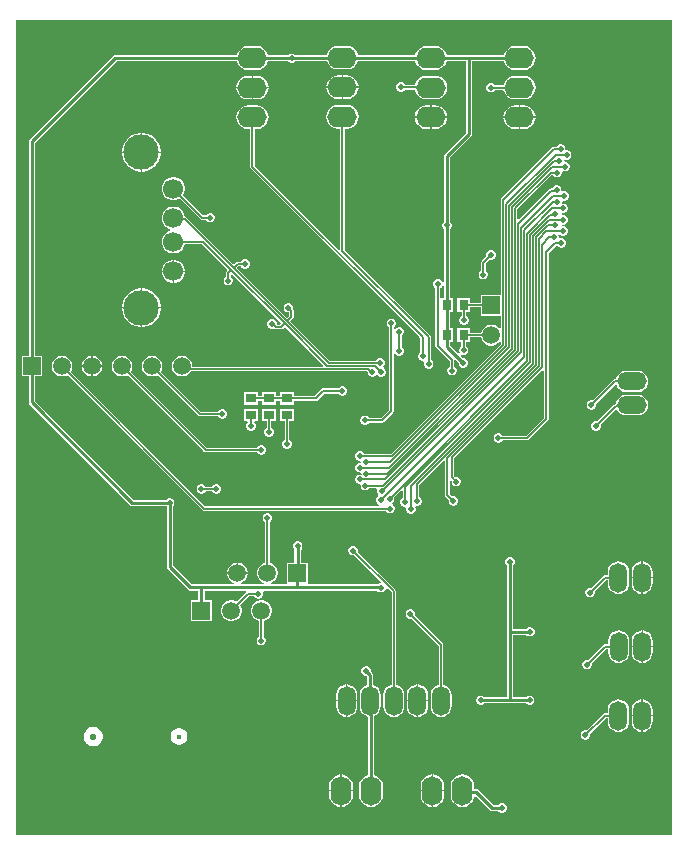
<source format=gbl>
G04*
G04 #@! TF.GenerationSoftware,Altium Limited,Altium Designer,23.3.1 (30)*
G04*
G04 Layer_Physical_Order=2*
G04 Layer_Color=16711680*
%FSLAX25Y25*%
%MOIN*%
G70*
G04*
G04 #@! TF.SameCoordinates,6E427E01-6470-4732-AD83-5CA9447D70B9*
G04*
G04*
G04 #@! TF.FilePolarity,Positive*
G04*
G01*
G75*
%ADD22R,0.03150X0.03543*%
%ADD23R,0.03543X0.03150*%
%ADD79C,0.01000*%
%ADD80C,0.00800*%
%ADD81C,0.00500*%
%ADD82R,0.05906X0.05906*%
%ADD83C,0.05906*%
%ADD84R,0.05906X0.05906*%
%ADD85O,0.05906X0.09843*%
%ADD86C,0.11811*%
%ADD87C,0.06693*%
%ADD88O,0.09843X0.06890*%
%ADD89O,0.09843X0.05906*%
%ADD90O,0.06890X0.09843*%
%ADD91C,0.01772*%
%ADD92C,0.02284*%
%ADD93C,0.01968*%
G36*
X549197Y193803D02*
X330803D01*
Y465197D01*
X549197D01*
Y193803D01*
D02*
G37*
%LPC*%
G36*
X440976Y456821D02*
X438024D01*
X436994Y456686D01*
X436034Y456288D01*
X435210Y455656D01*
X434578Y454832D01*
X434180Y453872D01*
X434169Y453783D01*
X423533D01*
X423420Y453897D01*
X422841Y454136D01*
X422215D01*
X421636Y453897D01*
X421523Y453783D01*
X414791D01*
X414422Y454674D01*
X413790Y455499D01*
X412966Y456131D01*
X412006Y456528D01*
X410976Y456664D01*
X408024D01*
X406994Y456528D01*
X406034Y456131D01*
X405210Y455499D01*
X404578Y454674D01*
X404180Y453715D01*
X404179Y453705D01*
X363785D01*
X363395Y453627D01*
X363064Y453406D01*
X335279Y425621D01*
X335058Y425290D01*
X334980Y424900D01*
Y353453D01*
X332547D01*
Y346547D01*
X334980D01*
Y337900D01*
X335058Y337510D01*
X335279Y337179D01*
X368779Y303679D01*
X369110Y303458D01*
X369500Y303380D01*
X380693D01*
X380880Y303192D01*
Y283100D01*
X380958Y282710D01*
X381179Y282379D01*
X388079Y275479D01*
X388410Y275258D01*
X388800Y275180D01*
X391480D01*
Y271953D01*
X389047D01*
Y265047D01*
X395953D01*
Y271953D01*
X393520D01*
Y275180D01*
X407360D01*
X407414Y275101D01*
X407459Y274541D01*
X407459Y274541D01*
X404342Y271423D01*
X403833Y271718D01*
X402955Y271953D01*
X402045D01*
X401167Y271718D01*
X400380Y271263D01*
X399737Y270620D01*
X399283Y269833D01*
X399047Y268955D01*
Y268045D01*
X399283Y267167D01*
X399737Y266380D01*
X400380Y265737D01*
X401167Y265283D01*
X402045Y265047D01*
X402955D01*
X403833Y265283D01*
X404620Y265737D01*
X405263Y266380D01*
X405718Y267167D01*
X405953Y268045D01*
Y268955D01*
X405718Y269833D01*
X405423Y270342D01*
X408317Y273235D01*
X410112D01*
X410165Y273108D01*
X410608Y272665D01*
X411187Y272425D01*
X411813D01*
X412392Y272665D01*
X412835Y273108D01*
X413075Y273687D01*
Y274313D01*
X412923Y274680D01*
X413200Y275180D01*
X450992D01*
X451408Y274765D01*
X451987Y274525D01*
X452613D01*
X453192Y274765D01*
X453635Y275208D01*
X453875Y275787D01*
Y275837D01*
X454375Y276044D01*
X455861Y274557D01*
Y243850D01*
X455725Y243832D01*
X454885Y243484D01*
X454164Y242931D01*
X453610Y242210D01*
X453262Y241370D01*
X453143Y240469D01*
Y236531D01*
X453262Y235630D01*
X453610Y234790D01*
X454164Y234069D01*
X454885Y233516D01*
X455725Y233168D01*
X456626Y233049D01*
X457527Y233168D01*
X458367Y233516D01*
X459089Y234069D01*
X459642Y234790D01*
X459990Y235630D01*
X460109Y236531D01*
Y240469D01*
X459990Y241370D01*
X459642Y242210D01*
X459089Y242931D01*
X458367Y243484D01*
X457527Y243832D01*
X457391Y243850D01*
Y274874D01*
X457391Y274874D01*
X457333Y275167D01*
X457167Y275415D01*
X457167Y275415D01*
X444522Y288059D01*
X444575Y288187D01*
Y288813D01*
X444335Y289392D01*
X443892Y289835D01*
X443313Y290075D01*
X442687D01*
X442108Y289835D01*
X441665Y289392D01*
X441425Y288813D01*
Y288187D01*
X441665Y287608D01*
X442108Y287165D01*
X442687Y286925D01*
X443313D01*
X443441Y286978D01*
X452244Y278175D01*
X452037Y277675D01*
X451987D01*
X451408Y277435D01*
X451193Y277220D01*
X428317D01*
X427953Y277547D01*
Y284453D01*
X425545D01*
Y288795D01*
X425860Y289110D01*
X426100Y289689D01*
Y290315D01*
X425860Y290894D01*
X425417Y291337D01*
X424838Y291577D01*
X424212D01*
X423633Y291337D01*
X423190Y290894D01*
X422950Y290315D01*
Y289689D01*
X423190Y289110D01*
X423506Y288795D01*
Y284453D01*
X421047D01*
Y277547D01*
X420683Y277220D01*
X415664D01*
X415598Y277720D01*
X415833Y277783D01*
X416620Y278237D01*
X417263Y278880D01*
X417718Y279667D01*
X417953Y280545D01*
Y281455D01*
X417718Y282333D01*
X417263Y283120D01*
X416620Y283763D01*
X415833Y284218D01*
X415265Y284370D01*
Y297912D01*
X415392Y297965D01*
X415835Y298408D01*
X416075Y298987D01*
Y299613D01*
X415835Y300192D01*
X415392Y300635D01*
X414813Y300875D01*
X414187D01*
X413608Y300635D01*
X413165Y300192D01*
X412925Y299613D01*
Y298987D01*
X413165Y298408D01*
X413608Y297965D01*
X413735Y297912D01*
Y284370D01*
X413167Y284218D01*
X412380Y283763D01*
X411737Y283120D01*
X411282Y282333D01*
X411047Y281455D01*
Y280545D01*
X411282Y279667D01*
X411737Y278880D01*
X412380Y278237D01*
X413167Y277783D01*
X413402Y277720D01*
X413336Y277220D01*
X405664D01*
X405598Y277720D01*
X405833Y277783D01*
X406620Y278237D01*
X407263Y278880D01*
X407718Y279667D01*
X407953Y280545D01*
Y280750D01*
X404500D01*
X401047D01*
Y280545D01*
X401283Y279667D01*
X401737Y278880D01*
X402380Y278237D01*
X403167Y277783D01*
X403402Y277720D01*
X403336Y277220D01*
X389222D01*
X382920Y283522D01*
Y303192D01*
X383235Y303508D01*
X383475Y304087D01*
Y304713D01*
X383235Y305292D01*
X382792Y305735D01*
X382213Y305975D01*
X381587D01*
X381008Y305735D01*
X380693Y305420D01*
X369922D01*
X337020Y338322D01*
Y346547D01*
X339453D01*
Y353453D01*
X337020D01*
Y424478D01*
X364207Y451665D01*
X404179D01*
X404180Y451655D01*
X404578Y450696D01*
X405210Y449871D01*
X406034Y449239D01*
X406994Y448842D01*
X408024Y448706D01*
X410976D01*
X412006Y448842D01*
X412966Y449239D01*
X413790Y449871D01*
X414422Y450696D01*
X414820Y451655D01*
X414831Y451744D01*
X421162D01*
X421193Y451670D01*
X421636Y451227D01*
X422215Y450987D01*
X422841D01*
X423420Y451227D01*
X423863Y451670D01*
X423894Y451744D01*
X434209D01*
X434578Y450853D01*
X435210Y450029D01*
X436034Y449397D01*
X436994Y448999D01*
X438024Y448864D01*
X440976D01*
X442006Y448999D01*
X442966Y449397D01*
X443790Y450029D01*
X444422Y450853D01*
X444791Y451744D01*
X463669D01*
X463680Y451655D01*
X464078Y450696D01*
X464710Y449871D01*
X465534Y449239D01*
X466494Y448842D01*
X467524Y448706D01*
X470476D01*
X471506Y448842D01*
X472466Y449239D01*
X473290Y449871D01*
X473922Y450696D01*
X474320Y451655D01*
X474321Y451665D01*
X480680D01*
Y427822D01*
X473679Y420821D01*
X473458Y420490D01*
X473380Y420100D01*
Y398108D01*
X473065Y397792D01*
X472825Y397213D01*
Y396587D01*
X473065Y396008D01*
X473380Y395692D01*
Y372572D01*
X472465D01*
X472325Y372572D01*
X471965Y372908D01*
Y375871D01*
X472192Y375965D01*
X472635Y376408D01*
X472875Y376987D01*
Y377613D01*
X472635Y378192D01*
X472192Y378635D01*
X471613Y378875D01*
X470987D01*
X470408Y378635D01*
X469965Y378192D01*
X469725Y377613D01*
Y376987D01*
X469965Y376408D01*
X470408Y375965D01*
X470435Y375954D01*
Y356800D01*
X470494Y356507D01*
X470659Y356259D01*
X475235Y351683D01*
Y349888D01*
X475108Y349835D01*
X474665Y349392D01*
X474425Y348813D01*
Y348187D01*
X474665Y347608D01*
X475108Y347165D01*
X475687Y346925D01*
X476313D01*
X476892Y347165D01*
X477335Y347608D01*
X477575Y348187D01*
Y348813D01*
X477335Y349392D01*
X476892Y349835D01*
X476765Y349888D01*
Y351886D01*
X477038Y352058D01*
X477254Y352104D01*
X478225Y351133D01*
Y350687D01*
X478465Y350108D01*
X478908Y349665D01*
X479487Y349425D01*
X480113D01*
X480692Y349665D01*
X481135Y350108D01*
X481375Y350687D01*
Y351313D01*
X481135Y351892D01*
X480692Y352335D01*
X480113Y352575D01*
X479667D01*
X478855Y353387D01*
X479138Y353811D01*
X479587Y353625D01*
X480213D01*
X480792Y353865D01*
X481235Y354308D01*
X481475Y354887D01*
Y355513D01*
X481235Y356092D01*
X480792Y356535D01*
X480665Y356588D01*
Y358028D01*
X481931D01*
Y359535D01*
X485730D01*
X485883Y358967D01*
X486337Y358180D01*
X486980Y357537D01*
X487767Y357083D01*
X488645Y356847D01*
X489555D01*
X490433Y357083D01*
X491220Y357537D01*
X491735Y358052D01*
X492235Y357872D01*
Y357388D01*
X455677Y320829D01*
X446712D01*
X446659Y320956D01*
X446216Y321399D01*
X445637Y321639D01*
X445011D01*
X444432Y321399D01*
X443989Y320956D01*
X443749Y320378D01*
Y319751D01*
X443989Y319172D01*
X444432Y318729D01*
X445011Y318490D01*
X445363D01*
X445494Y318468D01*
X445656Y318096D01*
X445436Y317692D01*
X445363Y317675D01*
X444887D01*
X444308Y317435D01*
X443865Y316992D01*
X443625Y316413D01*
Y315787D01*
X443865Y315208D01*
X444308Y314765D01*
X444887Y314525D01*
X445463D01*
X445532Y314509D01*
X445911Y314168D01*
X445616Y313779D01*
X445463Y313775D01*
X444987D01*
X444408Y313535D01*
X443965Y313092D01*
X443725Y312513D01*
Y311887D01*
X443965Y311308D01*
X444408Y310865D01*
X444987Y310625D01*
X445384D01*
X445525Y310413D01*
Y309787D01*
X445765Y309208D01*
X446208Y308765D01*
X446787Y308525D01*
X447413D01*
X447992Y308765D01*
X448435Y309208D01*
X448488Y309335D01*
X450792D01*
X451126Y308835D01*
X451027Y308596D01*
Y307969D01*
X451267Y307391D01*
X451431Y307227D01*
X451313Y306637D01*
X451308Y306635D01*
X450865Y306192D01*
X450625Y305613D01*
Y304987D01*
X450865Y304408D01*
X451308Y303965D01*
X451791Y303765D01*
X451692Y303265D01*
X393817D01*
X348923Y348158D01*
X349218Y348667D01*
X349453Y349545D01*
Y350455D01*
X349218Y351333D01*
X348763Y352120D01*
X348120Y352763D01*
X347333Y353218D01*
X346455Y353453D01*
X345545D01*
X344667Y353218D01*
X343880Y352763D01*
X343237Y352120D01*
X342782Y351333D01*
X342547Y350455D01*
Y349545D01*
X342782Y348667D01*
X343237Y347880D01*
X343880Y347237D01*
X344667Y346782D01*
X345545Y346547D01*
X346455D01*
X347333Y346782D01*
X347842Y347077D01*
X392959Y301959D01*
X392959Y301959D01*
X393207Y301794D01*
X393500Y301735D01*
X454112D01*
X454165Y301608D01*
X454608Y301165D01*
X455187Y300925D01*
X455813D01*
X456392Y301165D01*
X456835Y301608D01*
X457075Y302187D01*
Y302813D01*
X456835Y303392D01*
X456392Y303835D01*
X456204Y303913D01*
X456164Y304198D01*
X456174Y304467D01*
X456575Y304868D01*
X456815Y305446D01*
Y306073D01*
X456739Y306257D01*
X459131Y308650D01*
X459593Y308459D01*
Y306041D01*
X459466Y305988D01*
X459023Y305545D01*
X458783Y304966D01*
Y304340D01*
X459023Y303761D01*
X459466Y303318D01*
X460045Y303078D01*
X460389D01*
X460734Y302604D01*
X460705Y302534D01*
Y301907D01*
X460945Y301328D01*
X461387Y300885D01*
X461966Y300646D01*
X462593D01*
X463172Y300885D01*
X463615Y301328D01*
X463854Y301907D01*
Y302534D01*
X463699Y302908D01*
X464061Y303299D01*
X464687D01*
X465266Y303539D01*
X465709Y303982D01*
X465949Y304561D01*
Y305187D01*
X465709Y305766D01*
X465266Y306209D01*
X465139Y306262D01*
Y310415D01*
X473273Y318549D01*
X473735Y318358D01*
Y307000D01*
X473794Y306707D01*
X473959Y306459D01*
X474978Y305441D01*
X474925Y305313D01*
Y304687D01*
X475165Y304108D01*
X475608Y303665D01*
X476187Y303425D01*
X476813D01*
X477392Y303665D01*
X477835Y304108D01*
X478075Y304687D01*
Y305313D01*
X477835Y305892D01*
X477392Y306335D01*
X476813Y306575D01*
X476187D01*
X476059Y306522D01*
X475265Y307317D01*
Y311580D01*
X475350Y311670D01*
X475765Y311830D01*
X475925Y311679D01*
Y311187D01*
X476165Y310608D01*
X476608Y310165D01*
X477187Y309925D01*
X477813D01*
X478392Y310165D01*
X478835Y310608D01*
X479075Y311187D01*
Y311813D01*
X478835Y312392D01*
X478392Y312835D01*
X477813Y313075D01*
X477187D01*
X477160Y313064D01*
X476765Y313381D01*
Y319212D01*
X506235Y348683D01*
X506735Y348476D01*
Y332817D01*
X500683Y326765D01*
X492888D01*
X492835Y326892D01*
X492392Y327335D01*
X491813Y327575D01*
X491187D01*
X490608Y327335D01*
X490165Y326892D01*
X489925Y326313D01*
Y325687D01*
X490165Y325108D01*
X490608Y324665D01*
X491187Y324425D01*
X491813D01*
X492392Y324665D01*
X492835Y325108D01*
X492888Y325235D01*
X501000D01*
X501293Y325293D01*
X501541Y325459D01*
X508041Y331959D01*
X508207Y332207D01*
X508265Y332500D01*
Y387683D01*
X510650Y390069D01*
X511165Y390108D01*
X511608Y389665D01*
X512187Y389425D01*
X512813D01*
X513392Y389665D01*
X513835Y390108D01*
X514075Y390687D01*
Y391313D01*
X513835Y391892D01*
X513392Y392335D01*
X512813Y392575D01*
X512187D01*
X512037Y392513D01*
X511930Y392553D01*
X511575Y392863D01*
Y393313D01*
X511449Y393617D01*
X511873Y393900D01*
X512108Y393665D01*
X512687Y393425D01*
X513313D01*
X513892Y393665D01*
X514335Y394108D01*
X514575Y394687D01*
Y395313D01*
X514335Y395892D01*
X513892Y396335D01*
X513313Y396575D01*
X512935D01*
X512550Y396919D01*
X512687Y397171D01*
X513313D01*
X513892Y397411D01*
X514335Y397854D01*
X514575Y398433D01*
Y399059D01*
X514335Y399638D01*
X513892Y400081D01*
X513313Y400321D01*
X512947D01*
X512527Y400663D01*
X512687Y400965D01*
X513313D01*
X513892Y401204D01*
X514335Y401647D01*
X514575Y402226D01*
Y402853D01*
X514335Y403431D01*
X513892Y403874D01*
X513313Y404114D01*
X513003D01*
X512653Y404337D01*
X512610Y404825D01*
X512989Y405132D01*
X513037Y405146D01*
X513087Y405125D01*
X513713D01*
X514292Y405365D01*
X514735Y405808D01*
X514975Y406387D01*
Y407013D01*
X514735Y407592D01*
X514292Y408035D01*
X513713Y408275D01*
X513087D01*
X512937Y408213D01*
X512830Y408253D01*
X512475Y408563D01*
Y409013D01*
X512235Y409592D01*
X511792Y410035D01*
X511213Y410275D01*
X510587D01*
X510008Y410035D01*
X509565Y409592D01*
X509396Y409184D01*
X509019D01*
X509019Y409184D01*
X508726Y409126D01*
X508478Y408960D01*
X498227Y398708D01*
X497765Y398899D01*
Y402269D01*
X509231Y413735D01*
X509712D01*
X509765Y413608D01*
X510208Y413165D01*
X510787Y412925D01*
X511413D01*
X511992Y413165D01*
X512435Y413608D01*
X512675Y414187D01*
Y414679D01*
X512975Y414960D01*
X513125Y415034D01*
X513387Y414925D01*
X514013D01*
X514592Y415165D01*
X515035Y415608D01*
X515275Y416187D01*
Y416813D01*
X515035Y417392D01*
X514592Y417835D01*
X514013Y418075D01*
X513737D01*
X513531Y418125D01*
X513437Y418539D01*
X513834Y418847D01*
X513887Y418825D01*
X514513D01*
X515092Y419065D01*
X515535Y419508D01*
X515775Y420087D01*
Y420713D01*
X515535Y421292D01*
X515092Y421735D01*
X514513Y421975D01*
X514237D01*
X513865Y422065D01*
X513775Y422437D01*
Y422713D01*
X513535Y423292D01*
X513092Y423735D01*
X512513Y423975D01*
X511887D01*
X511308Y423735D01*
X510865Y423292D01*
X510812Y423165D01*
X510000D01*
X509707Y423106D01*
X509459Y422941D01*
X492459Y405941D01*
X492294Y405693D01*
X492235Y405400D01*
Y373753D01*
X485647D01*
Y371065D01*
X481987D01*
Y372572D01*
X477837D01*
Y368028D01*
X479235D01*
Y366588D01*
X479108Y366535D01*
X478665Y366092D01*
X478425Y365513D01*
Y364887D01*
X478665Y364308D01*
X479108Y363865D01*
X479687Y363625D01*
X480313D01*
X480892Y363865D01*
X481335Y364308D01*
X481575Y364887D01*
Y365513D01*
X481335Y366092D01*
X480892Y366535D01*
X480765Y366588D01*
Y368028D01*
X481987D01*
Y369535D01*
X485647D01*
Y366847D01*
X492235D01*
Y362728D01*
X491735Y362548D01*
X491220Y363063D01*
X490433Y363517D01*
X489555Y363753D01*
X488645D01*
X487767Y363517D01*
X486980Y363063D01*
X486337Y362420D01*
X485883Y361633D01*
X485730Y361065D01*
X481931D01*
Y362572D01*
X477781D01*
Y358028D01*
X479135D01*
Y356588D01*
X479008Y356535D01*
X478565Y356092D01*
X478325Y355513D01*
Y354887D01*
X478511Y354438D01*
X478087Y354155D01*
X475364Y356878D01*
Y358028D01*
X476419D01*
Y362572D01*
X475420D01*
Y368028D01*
X476475D01*
Y372572D01*
X475420D01*
Y395692D01*
X475735Y396008D01*
X475975Y396587D01*
Y397213D01*
X475735Y397792D01*
X475420Y398108D01*
Y419678D01*
X482421Y426679D01*
X482642Y427010D01*
X482720Y427400D01*
Y451665D01*
X493179D01*
X493180Y451655D01*
X493578Y450696D01*
X494210Y449871D01*
X495034Y449239D01*
X495994Y448842D01*
X497024Y448706D01*
X499976D01*
X501006Y448842D01*
X501966Y449239D01*
X502790Y449871D01*
X503422Y450696D01*
X503820Y451655D01*
X503955Y452685D01*
X503820Y453715D01*
X503422Y454674D01*
X502790Y455499D01*
X501966Y456131D01*
X501006Y456528D01*
X499976Y456664D01*
X497024D01*
X495994Y456528D01*
X495034Y456131D01*
X494210Y455499D01*
X493578Y454674D01*
X493180Y453715D01*
X493179Y453705D01*
X474321D01*
X474320Y453715D01*
X473922Y454674D01*
X473290Y455499D01*
X472466Y456131D01*
X471506Y456528D01*
X470476Y456664D01*
X467524D01*
X466494Y456528D01*
X465534Y456131D01*
X464710Y455499D01*
X464078Y454674D01*
X463709Y453783D01*
X444831D01*
X444820Y453872D01*
X444422Y454832D01*
X443790Y455656D01*
X442966Y456288D01*
X442006Y456686D01*
X440976Y456821D01*
D02*
G37*
G36*
X470476Y446821D02*
X467524D01*
X466494Y446686D01*
X465534Y446288D01*
X464710Y445656D01*
X464078Y444832D01*
X463680Y443872D01*
X463656Y443686D01*
X460420D01*
X460335Y443892D01*
X459892Y444335D01*
X459313Y444575D01*
X458687D01*
X458108Y444335D01*
X457665Y443892D01*
X457425Y443313D01*
Y442687D01*
X457665Y442108D01*
X458108Y441665D01*
X458687Y441425D01*
X459313D01*
X459892Y441665D01*
X460335Y442108D01*
X460355Y442157D01*
X463635D01*
X463680Y441813D01*
X464078Y440853D01*
X464710Y440029D01*
X465534Y439397D01*
X466494Y438999D01*
X467524Y438864D01*
X470476D01*
X471506Y438999D01*
X472466Y439397D01*
X473290Y440029D01*
X473922Y440853D01*
X474320Y441813D01*
X474455Y442842D01*
X474320Y443872D01*
X473922Y444832D01*
X473290Y445656D01*
X472466Y446288D01*
X471506Y446686D01*
X470476Y446821D01*
D02*
G37*
G36*
X499976D02*
X497024D01*
X495994Y446686D01*
X495034Y446288D01*
X494210Y445656D01*
X493578Y444832D01*
X493180Y443872D01*
X493145Y443607D01*
X490344D01*
X490313Y443680D01*
X489870Y444123D01*
X489292Y444363D01*
X488665D01*
X488086Y444123D01*
X487643Y443680D01*
X487403Y443101D01*
Y442475D01*
X487643Y441896D01*
X488086Y441453D01*
X488665Y441213D01*
X489292D01*
X489870Y441453D01*
X490313Y441896D01*
X490389Y442078D01*
X493145D01*
X493180Y441813D01*
X493578Y440853D01*
X494210Y440029D01*
X495034Y439397D01*
X495994Y438999D01*
X497024Y438864D01*
X499976D01*
X501006Y438999D01*
X501966Y439397D01*
X502790Y440029D01*
X503422Y440853D01*
X503820Y441813D01*
X503955Y442842D01*
X503820Y443872D01*
X503422Y444832D01*
X502790Y445656D01*
X501966Y446288D01*
X501006Y446686D01*
X499976Y446821D01*
D02*
G37*
G36*
X440976Y446979D02*
X439750D01*
Y443250D01*
X444922D01*
X444820Y444030D01*
X444422Y444989D01*
X443790Y445814D01*
X442966Y446446D01*
X442006Y446843D01*
X440976Y446979D01*
D02*
G37*
G36*
X439250D02*
X438024D01*
X436994Y446843D01*
X436034Y446446D01*
X435210Y445814D01*
X434578Y444989D01*
X434180Y444030D01*
X434078Y443250D01*
X439250D01*
Y446979D01*
D02*
G37*
G36*
X410976Y446821D02*
X409750D01*
Y443092D01*
X414922D01*
X414820Y443872D01*
X414422Y444832D01*
X413790Y445656D01*
X412966Y446288D01*
X412006Y446686D01*
X410976Y446821D01*
D02*
G37*
G36*
X409250D02*
X408024D01*
X406994Y446686D01*
X406034Y446288D01*
X405210Y445656D01*
X404578Y444832D01*
X404180Y443872D01*
X404078Y443092D01*
X409250D01*
Y446821D01*
D02*
G37*
G36*
X444922Y442750D02*
X439750D01*
Y439021D01*
X440976D01*
X442006Y439157D01*
X442966Y439554D01*
X443790Y440187D01*
X444422Y441011D01*
X444820Y441970D01*
X444922Y442750D01*
D02*
G37*
G36*
X439250D02*
X434078D01*
X434180Y441970D01*
X434578Y441011D01*
X435210Y440187D01*
X436034Y439554D01*
X436994Y439157D01*
X438024Y439021D01*
X439250D01*
Y442750D01*
D02*
G37*
G36*
X414922Y442592D02*
X409750D01*
Y438864D01*
X410976D01*
X412006Y438999D01*
X412966Y439397D01*
X413790Y440029D01*
X414422Y440853D01*
X414820Y441813D01*
X414922Y442592D01*
D02*
G37*
G36*
X409250D02*
X404078D01*
X404180Y441813D01*
X404578Y440853D01*
X405210Y440029D01*
X406034Y439397D01*
X406994Y438999D01*
X408024Y438864D01*
X409250D01*
Y442592D01*
D02*
G37*
G36*
X499976Y436979D02*
X498750D01*
Y433250D01*
X503922D01*
X503820Y434030D01*
X503422Y434990D01*
X502790Y435814D01*
X501966Y436446D01*
X501006Y436843D01*
X499976Y436979D01*
D02*
G37*
G36*
X470476D02*
X469250D01*
Y433250D01*
X474422D01*
X474320Y434030D01*
X473922Y434990D01*
X473290Y435814D01*
X472466Y436446D01*
X471506Y436843D01*
X470476Y436979D01*
D02*
G37*
G36*
X498250D02*
X497024D01*
X495994Y436843D01*
X495034Y436446D01*
X494210Y435814D01*
X493578Y434990D01*
X493180Y434030D01*
X493078Y433250D01*
X498250D01*
Y436979D01*
D02*
G37*
G36*
X468750D02*
X467524D01*
X466494Y436843D01*
X465534Y436446D01*
X464710Y435814D01*
X464078Y434990D01*
X463680Y434030D01*
X463578Y433250D01*
X468750D01*
Y436979D01*
D02*
G37*
G36*
X503922Y432750D02*
X498750D01*
Y429021D01*
X499976D01*
X501006Y429157D01*
X501966Y429554D01*
X502790Y430187D01*
X503422Y431010D01*
X503820Y431970D01*
X503922Y432750D01*
D02*
G37*
G36*
X498250D02*
X493078D01*
X493180Y431970D01*
X493578Y431010D01*
X494210Y430187D01*
X495034Y429554D01*
X495994Y429157D01*
X497024Y429021D01*
X498250D01*
Y432750D01*
D02*
G37*
G36*
X474422D02*
X469250D01*
Y429021D01*
X470476D01*
X471506Y429157D01*
X472466Y429554D01*
X473290Y430187D01*
X473922Y431010D01*
X474320Y431970D01*
X474422Y432750D01*
D02*
G37*
G36*
X468750D02*
X463578D01*
X463680Y431970D01*
X464078Y431010D01*
X464710Y430187D01*
X465534Y429554D01*
X466494Y429157D01*
X467524Y429021D01*
X468750D01*
Y432750D01*
D02*
G37*
G36*
X373131Y427638D02*
X372750D01*
Y421482D01*
X378906D01*
Y421863D01*
X378659Y423101D01*
X378176Y424266D01*
X377476Y425316D01*
X376583Y426208D01*
X375534Y426909D01*
X374368Y427392D01*
X373131Y427638D01*
D02*
G37*
G36*
X372250D02*
X371869D01*
X370632Y427392D01*
X369466Y426909D01*
X368417Y426208D01*
X367525Y425316D01*
X366824Y424266D01*
X366341Y423101D01*
X366094Y421863D01*
Y421482D01*
X372250D01*
Y427638D01*
D02*
G37*
G36*
X378906Y420982D02*
X372750D01*
Y414827D01*
X373131D01*
X374368Y415073D01*
X375534Y415556D01*
X376583Y416257D01*
X377476Y417149D01*
X378176Y418198D01*
X378659Y419364D01*
X378906Y420601D01*
Y420982D01*
D02*
G37*
G36*
X372250D02*
X366094D01*
Y420601D01*
X366341Y419364D01*
X366824Y418198D01*
X367525Y417149D01*
X368417Y416257D01*
X369466Y415556D01*
X370632Y415073D01*
X371869Y414827D01*
X372250D01*
Y420982D01*
D02*
G37*
G36*
X383676Y412992D02*
X382663D01*
X381685Y412730D01*
X380807Y412224D01*
X380091Y411507D01*
X379585Y410630D01*
X379323Y409652D01*
Y408639D01*
X379585Y407661D01*
X380091Y406784D01*
X380807Y406068D01*
X381685Y405561D01*
X382663Y405299D01*
X383676D01*
X384654Y405561D01*
X385299Y405934D01*
X392274Y398959D01*
X392522Y398794D01*
X392815Y398735D01*
X392815Y398735D01*
X394112D01*
X394165Y398608D01*
X394608Y398165D01*
X395187Y397925D01*
X395813D01*
X396392Y398165D01*
X396835Y398608D01*
X397075Y399187D01*
Y399813D01*
X396835Y400392D01*
X396392Y400835D01*
X395813Y401075D01*
X395187D01*
X394608Y400835D01*
X394165Y400392D01*
X394112Y400265D01*
X393132D01*
X386381Y407016D01*
X386754Y407661D01*
X387016Y408639D01*
Y409652D01*
X386754Y410630D01*
X386247Y411507D01*
X385531Y412224D01*
X384654Y412730D01*
X383676Y412992D01*
D02*
G37*
G36*
X440976Y437136D02*
X438024D01*
X436994Y437001D01*
X436034Y436603D01*
X435210Y435971D01*
X434578Y435147D01*
X434180Y434187D01*
X434045Y433157D01*
X434180Y432128D01*
X434578Y431168D01*
X435210Y430344D01*
X436034Y429712D01*
X436994Y429314D01*
X438024Y429179D01*
X438735D01*
Y389053D01*
X438235Y388846D01*
X410265Y416817D01*
Y429021D01*
X410976D01*
X412006Y429157D01*
X412966Y429554D01*
X413790Y430187D01*
X414422Y431010D01*
X414820Y431970D01*
X414955Y433000D01*
X414820Y434030D01*
X414422Y434990D01*
X413790Y435814D01*
X412966Y436446D01*
X412006Y436843D01*
X410976Y436979D01*
X408024D01*
X406994Y436843D01*
X406034Y436446D01*
X405210Y435814D01*
X404578Y434990D01*
X404180Y434030D01*
X404045Y433000D01*
X404180Y431970D01*
X404578Y431010D01*
X405210Y430187D01*
X406034Y429554D01*
X406994Y429157D01*
X408024Y429021D01*
X408735D01*
Y416500D01*
X408793Y416207D01*
X408959Y415959D01*
X465452Y359467D01*
Y354671D01*
X465324Y354619D01*
X464882Y354175D01*
X464642Y353597D01*
Y352970D01*
X464882Y352391D01*
X465324Y351948D01*
X465903Y351709D01*
X466372D01*
X466666Y351382D01*
X466722Y351247D01*
X466625Y351013D01*
Y350387D01*
X466865Y349808D01*
X467308Y349365D01*
X467887Y349125D01*
X468513D01*
X469092Y349365D01*
X469535Y349808D01*
X469775Y350387D01*
Y351013D01*
X469535Y351592D01*
X469092Y352035D01*
X468965Y352088D01*
Y359800D01*
X468906Y360093D01*
X468741Y360341D01*
X440265Y388817D01*
Y429179D01*
X440976D01*
X442006Y429314D01*
X442966Y429712D01*
X443790Y430344D01*
X444422Y431168D01*
X444820Y432128D01*
X444955Y433157D01*
X444820Y434187D01*
X444422Y435147D01*
X443790Y435971D01*
X442966Y436603D01*
X442006Y437001D01*
X440976Y437136D01*
D02*
G37*
G36*
X489313Y388575D02*
X488687D01*
X488108Y388335D01*
X487665Y387892D01*
X487425Y387313D01*
Y386687D01*
X487478Y386559D01*
X485959Y385041D01*
X485793Y384793D01*
X485735Y384500D01*
Y381888D01*
X485608Y381835D01*
X485165Y381392D01*
X484925Y380813D01*
Y380187D01*
X485165Y379608D01*
X485608Y379165D01*
X486187Y378925D01*
X486813D01*
X487392Y379165D01*
X487835Y379608D01*
X488075Y380187D01*
Y380813D01*
X487835Y381392D01*
X487392Y381835D01*
X487265Y381888D01*
Y384183D01*
X488559Y385478D01*
X488687Y385425D01*
X489313D01*
X489892Y385665D01*
X490335Y386108D01*
X490575Y386687D01*
Y387313D01*
X490335Y387892D01*
X489892Y388335D01*
X489313Y388575D01*
D02*
G37*
G36*
X383676Y403150D02*
X382663D01*
X381685Y402887D01*
X380807Y402381D01*
X380091Y401665D01*
X379585Y400788D01*
X379323Y399810D01*
Y398797D01*
X379585Y397818D01*
X380091Y396941D01*
X380807Y396225D01*
X381685Y395719D01*
X382035Y395625D01*
Y395107D01*
X381685Y395013D01*
X380807Y394507D01*
X380091Y393791D01*
X379585Y392914D01*
X379323Y391935D01*
Y390923D01*
X379585Y389945D01*
X380091Y389067D01*
X380807Y388351D01*
X381685Y387845D01*
X382663Y387583D01*
X383676D01*
X384654Y387845D01*
X385531Y388351D01*
X386247Y389067D01*
X386754Y389945D01*
X386947Y390664D01*
X392643D01*
X401113Y382194D01*
Y381694D01*
X400959Y381541D01*
X400794Y381293D01*
X400735Y381000D01*
Y379888D01*
X400608Y379835D01*
X400165Y379392D01*
X399925Y378813D01*
Y378187D01*
X400165Y377608D01*
X400608Y377165D01*
X401187Y376925D01*
X401813D01*
X402392Y377165D01*
X402835Y377608D01*
X403075Y378187D01*
Y378813D01*
X402835Y379392D01*
X402392Y379835D01*
X402299Y379874D01*
Y380350D01*
X402765Y380543D01*
X419113Y364194D01*
X418683Y363765D01*
X417714D01*
X417575Y363904D01*
Y364313D01*
X417335Y364892D01*
X416892Y365335D01*
X416313Y365575D01*
X415687D01*
X415108Y365335D01*
X414665Y364892D01*
X414425Y364313D01*
Y363687D01*
X414665Y363108D01*
X415108Y362665D01*
X415687Y362425D01*
X416313D01*
X416722Y362594D01*
X416857Y362459D01*
X416857Y362459D01*
X417105Y362294D01*
X417397Y362235D01*
X419000D01*
X419293Y362294D01*
X419541Y362459D01*
X420194Y363113D01*
X433081Y350227D01*
X432890Y349765D01*
X389453D01*
Y350455D01*
X389217Y351333D01*
X388763Y352120D01*
X388120Y352763D01*
X387333Y353218D01*
X386455Y353453D01*
X385545D01*
X384667Y353218D01*
X383880Y352763D01*
X383237Y352120D01*
X382783Y351333D01*
X382547Y350455D01*
Y349545D01*
X382783Y348667D01*
X383237Y347880D01*
X383880Y347237D01*
X384667Y346782D01*
X385545Y346547D01*
X386455D01*
X387333Y346782D01*
X388120Y347237D01*
X388763Y347880D01*
X388968Y348235D01*
X447786D01*
X447925Y348096D01*
Y347687D01*
X448165Y347108D01*
X448608Y346665D01*
X449187Y346425D01*
X449813D01*
X450392Y346665D01*
X450639Y346912D01*
X451016Y347022D01*
X451278Y346898D01*
X451565Y346610D01*
X452144Y346370D01*
X452771D01*
X453349Y346610D01*
X453792Y347053D01*
X454032Y347632D01*
Y348258D01*
X453792Y348837D01*
X453349Y349280D01*
X453245Y349323D01*
X453128Y349913D01*
X453335Y350120D01*
X453575Y350699D01*
Y351325D01*
X453335Y351904D01*
X452892Y352347D01*
X452313Y352587D01*
X451687D01*
X451108Y352347D01*
X450665Y351904D01*
X450612Y351777D01*
X435219D01*
X422039Y364957D01*
X423041Y365959D01*
X423207Y366207D01*
X423265Y366500D01*
Y368473D01*
X423207Y368765D01*
X423041Y369014D01*
X423041Y369014D01*
X423014Y369040D01*
X423075Y369187D01*
Y369813D01*
X422835Y370392D01*
X422392Y370835D01*
X421813Y371075D01*
X421187D01*
X420608Y370835D01*
X420165Y370392D01*
X419925Y369813D01*
Y369187D01*
X420165Y368608D01*
X420608Y368165D01*
X421187Y367925D01*
X421735D01*
Y366817D01*
X420957Y366038D01*
X404300Y382696D01*
X404839Y383235D01*
X405612D01*
X405665Y383108D01*
X406108Y382665D01*
X406687Y382425D01*
X407313D01*
X407892Y382665D01*
X408335Y383108D01*
X408575Y383687D01*
Y384313D01*
X408335Y384892D01*
X407892Y385335D01*
X407313Y385575D01*
X406687D01*
X406108Y385335D01*
X405665Y384892D01*
X405612Y384765D01*
X404522D01*
X404230Y384706D01*
X403981Y384541D01*
X403218Y383777D01*
X387514Y399482D01*
X387265Y399648D01*
X387016Y399697D01*
Y399810D01*
X386754Y400788D01*
X386247Y401665D01*
X385531Y402381D01*
X384654Y402887D01*
X383676Y403150D01*
D02*
G37*
G36*
Y385433D02*
X383419D01*
Y381837D01*
X387016D01*
Y382093D01*
X386754Y383071D01*
X386247Y383948D01*
X385531Y384665D01*
X384654Y385171D01*
X383676Y385433D01*
D02*
G37*
G36*
X382919D02*
X382663D01*
X381685Y385171D01*
X380807Y384665D01*
X380091Y383948D01*
X379585Y383071D01*
X379323Y382093D01*
Y381837D01*
X382919D01*
Y385433D01*
D02*
G37*
G36*
X387016Y381337D02*
X383419D01*
Y377740D01*
X383676D01*
X384654Y378002D01*
X385531Y378509D01*
X386247Y379225D01*
X386754Y380102D01*
X387016Y381080D01*
Y381337D01*
D02*
G37*
G36*
X382919D02*
X379323D01*
Y381080D01*
X379585Y380102D01*
X380091Y379225D01*
X380807Y378509D01*
X381685Y378002D01*
X382663Y377740D01*
X382919D01*
Y381337D01*
D02*
G37*
G36*
X373131Y375905D02*
X372750D01*
Y369750D01*
X378906D01*
Y370131D01*
X378659Y371368D01*
X378176Y372534D01*
X377476Y373583D01*
X376583Y374476D01*
X375534Y375177D01*
X374368Y375659D01*
X373131Y375905D01*
D02*
G37*
G36*
X372250D02*
X371869D01*
X370632Y375659D01*
X369466Y375177D01*
X368417Y374476D01*
X367525Y373583D01*
X366824Y372534D01*
X366341Y371368D01*
X366094Y370131D01*
Y369750D01*
X372250D01*
Y375905D01*
D02*
G37*
G36*
X378906Y369250D02*
X372750D01*
Y363094D01*
X373131D01*
X374368Y363341D01*
X375534Y363824D01*
X376583Y364525D01*
X377476Y365417D01*
X378176Y366466D01*
X378659Y367632D01*
X378906Y368869D01*
Y369250D01*
D02*
G37*
G36*
X372250D02*
X366094D01*
Y368869D01*
X366341Y367632D01*
X366824Y366466D01*
X367525Y365417D01*
X368417Y364525D01*
X369466Y363824D01*
X370632Y363341D01*
X371869Y363094D01*
X372250D01*
Y369250D01*
D02*
G37*
G36*
X456113Y365775D02*
X455487D01*
X454908Y365535D01*
X454465Y365092D01*
X454225Y364513D01*
Y363887D01*
X454465Y363308D01*
X454908Y362865D01*
X455035Y362812D01*
Y335217D01*
X452483Y332665D01*
X448388D01*
X448335Y332792D01*
X447892Y333235D01*
X447313Y333475D01*
X446687D01*
X446108Y333235D01*
X445665Y332792D01*
X445425Y332213D01*
Y331587D01*
X445665Y331008D01*
X446108Y330565D01*
X446687Y330325D01*
X447313D01*
X447892Y330565D01*
X448335Y331008D01*
X448388Y331135D01*
X452800D01*
X453093Y331193D01*
X453341Y331359D01*
X456341Y334359D01*
X456506Y334607D01*
X456565Y334900D01*
Y354217D01*
X457065Y354317D01*
X457151Y354108D01*
X457594Y353665D01*
X458173Y353425D01*
X458800D01*
X459378Y353665D01*
X459821Y354108D01*
X460061Y354687D01*
Y355313D01*
X459821Y355892D01*
X459378Y356335D01*
X459258Y356385D01*
Y360109D01*
X459392Y360165D01*
X459835Y360608D01*
X460075Y361187D01*
Y361813D01*
X459835Y362392D01*
X459392Y362835D01*
X458813Y363075D01*
X458187D01*
X457608Y362835D01*
X457165Y362392D01*
X457065Y362150D01*
X456565Y362249D01*
Y362812D01*
X456692Y362865D01*
X457135Y363308D01*
X457375Y363887D01*
Y364513D01*
X457135Y365092D01*
X456692Y365535D01*
X456113Y365775D01*
D02*
G37*
G36*
X356455Y353453D02*
X356250D01*
Y350250D01*
X359453D01*
Y350455D01*
X359218Y351333D01*
X358763Y352120D01*
X358120Y352763D01*
X357333Y353218D01*
X356455Y353453D01*
D02*
G37*
G36*
X355750D02*
X355545D01*
X354667Y353218D01*
X353880Y352763D01*
X353237Y352120D01*
X352783Y351333D01*
X352547Y350455D01*
Y350250D01*
X355750D01*
Y353453D01*
D02*
G37*
G36*
X359453Y349750D02*
X356250D01*
Y346547D01*
X356455D01*
X357333Y346782D01*
X358120Y347237D01*
X358763Y347880D01*
X359218Y348667D01*
X359453Y349545D01*
Y349750D01*
D02*
G37*
G36*
X355750D02*
X352547D01*
Y349545D01*
X352783Y348667D01*
X353237Y347880D01*
X353880Y347237D01*
X354667Y346782D01*
X355545Y346547D01*
X355750D01*
Y349750D01*
D02*
G37*
G36*
X537968Y348357D02*
X534031D01*
X533130Y348238D01*
X532290Y347890D01*
X531569Y347337D01*
X531015Y346615D01*
X530668Y345775D01*
X530374Y345639D01*
X530081Y345581D01*
X529833Y345415D01*
X529833Y345415D01*
X522941Y338522D01*
X522813Y338575D01*
X522187D01*
X521608Y338335D01*
X521165Y337892D01*
X520925Y337313D01*
Y336687D01*
X521165Y336108D01*
X521608Y335665D01*
X522187Y335425D01*
X522813D01*
X523392Y335665D01*
X523835Y336108D01*
X524075Y336687D01*
Y337313D01*
X524022Y337441D01*
X530252Y343670D01*
X530841Y343553D01*
X531015Y343133D01*
X531569Y342411D01*
X532290Y341858D01*
X533130Y341510D01*
X534031Y341391D01*
X537968D01*
X538870Y341510D01*
X539710Y341858D01*
X540431Y342411D01*
X540984Y343133D01*
X541332Y343973D01*
X541451Y344874D01*
X541332Y345775D01*
X540984Y346615D01*
X540431Y347337D01*
X539710Y347890D01*
X538870Y348238D01*
X537968Y348357D01*
D02*
G37*
G36*
X439813Y343275D02*
X439187D01*
X438608Y343035D01*
X438191Y342618D01*
X433100D01*
X432749Y342548D01*
X432451Y342349D01*
X430276Y340174D01*
X423272D01*
Y341331D01*
X418728D01*
Y340174D01*
X417272D01*
Y341331D01*
X412728D01*
Y340174D01*
X411272D01*
Y341331D01*
X406728D01*
Y337181D01*
X411272D01*
Y338338D01*
X412728D01*
Y337181D01*
X417272D01*
Y338338D01*
X418728D01*
Y337181D01*
X423272D01*
Y338338D01*
X430656D01*
X431007Y338408D01*
X431305Y338607D01*
X433480Y340782D01*
X438191D01*
X438608Y340365D01*
X439187Y340125D01*
X439813D01*
X440392Y340365D01*
X440835Y340808D01*
X441075Y341387D01*
Y342013D01*
X440835Y342592D01*
X440392Y343035D01*
X439813Y343275D01*
D02*
G37*
G36*
X537968Y340482D02*
X534031D01*
X533130Y340364D01*
X532290Y340016D01*
X531569Y339462D01*
X531015Y338741D01*
X530668Y337901D01*
X530599Y337382D01*
X530329Y337328D01*
X530081Y337162D01*
X524441Y331522D01*
X524313Y331575D01*
X523687D01*
X523108Y331335D01*
X522665Y330892D01*
X522425Y330313D01*
Y329687D01*
X522665Y329108D01*
X523108Y328665D01*
X523687Y328425D01*
X524313D01*
X524892Y328665D01*
X525335Y329108D01*
X525575Y329687D01*
Y330313D01*
X525522Y330441D01*
X530459Y335378D01*
X530956Y335314D01*
X531029Y335241D01*
X531569Y334538D01*
X532290Y333984D01*
X533130Y333636D01*
X534031Y333518D01*
X537968D01*
X538870Y333636D01*
X539710Y333984D01*
X540431Y334538D01*
X540984Y335259D01*
X541332Y336099D01*
X541451Y337000D01*
X541332Y337901D01*
X540984Y338741D01*
X540431Y339462D01*
X539710Y340016D01*
X538870Y340364D01*
X537968Y340482D01*
D02*
G37*
G36*
X376455Y353453D02*
X375545D01*
X374667Y353218D01*
X373880Y352763D01*
X373237Y352120D01*
X372782Y351333D01*
X372547Y350455D01*
Y349545D01*
X372782Y348667D01*
X373237Y347880D01*
X373880Y347237D01*
X374667Y346782D01*
X375545Y346547D01*
X376455D01*
X377333Y346782D01*
X377842Y347077D01*
X391459Y333459D01*
X391707Y333294D01*
X392000Y333235D01*
X392000Y333235D01*
X398112D01*
X398165Y333108D01*
X398608Y332665D01*
X399187Y332425D01*
X399813D01*
X400392Y332665D01*
X400835Y333108D01*
X401075Y333687D01*
Y334313D01*
X400835Y334892D01*
X400392Y335335D01*
X399813Y335575D01*
X399187D01*
X398608Y335335D01*
X398165Y334892D01*
X398112Y334765D01*
X392317D01*
X378923Y348158D01*
X379218Y348667D01*
X379453Y349545D01*
Y350455D01*
X379218Y351333D01*
X378763Y352120D01*
X378120Y352763D01*
X377333Y353218D01*
X376455Y353453D01*
D02*
G37*
G36*
X411272Y335819D02*
X406728D01*
Y331669D01*
X407735D01*
X407942Y331169D01*
X407665Y330892D01*
X407425Y330313D01*
Y329687D01*
X407665Y329108D01*
X408108Y328665D01*
X408687Y328425D01*
X409313D01*
X409892Y328665D01*
X410335Y329108D01*
X410575Y329687D01*
Y330313D01*
X410335Y330892D01*
X410058Y331169D01*
X410265Y331669D01*
X411272D01*
Y335819D01*
D02*
G37*
G36*
X417272D02*
X412728D01*
Y331669D01*
X414235D01*
Y329388D01*
X414108Y329335D01*
X413665Y328892D01*
X413425Y328313D01*
Y327687D01*
X413665Y327108D01*
X414108Y326665D01*
X414687Y326425D01*
X415313D01*
X415892Y326665D01*
X416335Y327108D01*
X416575Y327687D01*
Y328313D01*
X416335Y328892D01*
X415892Y329335D01*
X415765Y329388D01*
Y331669D01*
X417272D01*
Y335819D01*
D02*
G37*
G36*
X423272D02*
X418728D01*
Y331669D01*
X420235D01*
Y325388D01*
X420108Y325335D01*
X419665Y324892D01*
X419425Y324313D01*
Y323687D01*
X419665Y323108D01*
X420108Y322665D01*
X420687Y322425D01*
X421313D01*
X421892Y322665D01*
X422335Y323108D01*
X422575Y323687D01*
Y324313D01*
X422335Y324892D01*
X421892Y325335D01*
X421765Y325388D01*
Y331669D01*
X423272D01*
Y335819D01*
D02*
G37*
G36*
X366455Y353453D02*
X365545D01*
X364667Y353218D01*
X363880Y352763D01*
X363237Y352120D01*
X362783Y351333D01*
X362547Y350455D01*
Y349545D01*
X362783Y348667D01*
X363237Y347880D01*
X363880Y347237D01*
X364667Y346782D01*
X365545Y346547D01*
X366455D01*
X367333Y346782D01*
X367842Y347077D01*
X393459Y321459D01*
X393707Y321293D01*
X394000Y321235D01*
X411112D01*
X411165Y321108D01*
X411608Y320665D01*
X412187Y320425D01*
X412813D01*
X413392Y320665D01*
X413835Y321108D01*
X414075Y321687D01*
Y322313D01*
X413835Y322892D01*
X413392Y323335D01*
X412813Y323575D01*
X412187D01*
X411608Y323335D01*
X411165Y322892D01*
X411112Y322765D01*
X394317D01*
X368923Y348158D01*
X369217Y348667D01*
X369453Y349545D01*
Y350455D01*
X369217Y351333D01*
X368763Y352120D01*
X368120Y352763D01*
X367333Y353218D01*
X366455Y353453D01*
D02*
G37*
G36*
X397813Y310575D02*
X397187D01*
X396608Y310335D01*
X396165Y309892D01*
X396112Y309765D01*
X393888D01*
X393835Y309892D01*
X393392Y310335D01*
X392813Y310575D01*
X392187D01*
X391608Y310335D01*
X391165Y309892D01*
X390925Y309313D01*
Y308687D01*
X391165Y308108D01*
X391608Y307665D01*
X392187Y307425D01*
X392813D01*
X393392Y307665D01*
X393835Y308108D01*
X393888Y308235D01*
X396112D01*
X396165Y308108D01*
X396608Y307665D01*
X397187Y307425D01*
X397813D01*
X398392Y307665D01*
X398835Y308108D01*
X399075Y308687D01*
Y309313D01*
X398835Y309892D01*
X398392Y310335D01*
X397813Y310575D01*
D02*
G37*
G36*
X404955Y284453D02*
X404750D01*
Y281250D01*
X407953D01*
Y281455D01*
X407718Y282333D01*
X407263Y283120D01*
X406620Y283763D01*
X405833Y284218D01*
X404955Y284453D01*
D02*
G37*
G36*
X404250D02*
X404045D01*
X403167Y284218D01*
X402380Y283763D01*
X401737Y283120D01*
X401283Y282333D01*
X401047Y281455D01*
Y281250D01*
X404250D01*
Y284453D01*
D02*
G37*
G36*
X531500Y284951D02*
X530599Y284832D01*
X529759Y284485D01*
X529038Y283931D01*
X528484Y283210D01*
X528136Y282370D01*
X528018Y281469D01*
Y280265D01*
X527000D01*
X527000Y280265D01*
X526707Y280206D01*
X526459Y280041D01*
X522441Y276022D01*
X522313Y276075D01*
X521687D01*
X521108Y275835D01*
X520665Y275392D01*
X520425Y274813D01*
Y274187D01*
X520665Y273608D01*
X521108Y273165D01*
X521687Y272925D01*
X522313D01*
X522892Y273165D01*
X523335Y273608D01*
X523575Y274187D01*
Y274813D01*
X523522Y274941D01*
X527317Y278735D01*
X528018D01*
Y277532D01*
X528136Y276630D01*
X528484Y275790D01*
X529038Y275069D01*
X529759Y274516D01*
X530599Y274168D01*
X531500Y274049D01*
X532401Y274168D01*
X533241Y274516D01*
X533962Y275069D01*
X534516Y275790D01*
X534864Y276630D01*
X534982Y277532D01*
Y281469D01*
X534864Y282370D01*
X534516Y283210D01*
X533962Y283931D01*
X533241Y284485D01*
X532401Y284832D01*
X531500Y284951D01*
D02*
G37*
G36*
X539624Y284918D02*
Y279750D01*
X542857D01*
Y281469D01*
X542738Y282370D01*
X542390Y283210D01*
X541837Y283931D01*
X541115Y284485D01*
X540275Y284832D01*
X539624Y284918D01*
D02*
G37*
G36*
X539124D02*
X538473Y284832D01*
X537633Y284485D01*
X536911Y283931D01*
X536358Y283210D01*
X536010Y282370D01*
X535891Y281469D01*
Y279750D01*
X539124D01*
Y284918D01*
D02*
G37*
G36*
X542857Y279250D02*
X539624D01*
Y274082D01*
X540275Y274168D01*
X541115Y274516D01*
X541837Y275069D01*
X542390Y275790D01*
X542738Y276630D01*
X542857Y277532D01*
Y279250D01*
D02*
G37*
G36*
X539124D02*
X535891D01*
Y277532D01*
X536010Y276630D01*
X536358Y275790D01*
X536911Y275069D01*
X537633Y274516D01*
X538473Y274168D01*
X539124Y274082D01*
Y279250D01*
D02*
G37*
G36*
X495613Y286375D02*
X494987D01*
X494408Y286135D01*
X493965Y285692D01*
X493725Y285113D01*
Y284487D01*
X493965Y283908D01*
X494180Y283693D01*
Y261490D01*
Y239620D01*
X486807D01*
X486492Y239935D01*
X485913Y240175D01*
X485287D01*
X484708Y239935D01*
X484265Y239492D01*
X484025Y238913D01*
Y238287D01*
X484265Y237708D01*
X484708Y237265D01*
X485287Y237025D01*
X485913D01*
X486492Y237265D01*
X486807Y237580D01*
X500693D01*
X501008Y237265D01*
X501587Y237025D01*
X502213D01*
X502792Y237265D01*
X503235Y237708D01*
X503475Y238287D01*
Y238913D01*
X503235Y239492D01*
X502792Y239935D01*
X502213Y240175D01*
X501587D01*
X501008Y239935D01*
X500693Y239620D01*
X496220D01*
Y260471D01*
X500732D01*
X501047Y260155D01*
X501626Y259915D01*
X502253D01*
X502831Y260155D01*
X503274Y260598D01*
X503514Y261177D01*
Y261803D01*
X503274Y262382D01*
X502831Y262825D01*
X502253Y263065D01*
X501626D01*
X501047Y262825D01*
X500732Y262510D01*
X496220D01*
Y283492D01*
X496635Y283908D01*
X496875Y284487D01*
Y285113D01*
X496635Y285692D01*
X496192Y286135D01*
X495613Y286375D01*
D02*
G37*
G36*
X412955Y271953D02*
X412045D01*
X411167Y271718D01*
X410380Y271263D01*
X409737Y270620D01*
X409282Y269833D01*
X409047Y268955D01*
Y268045D01*
X409282Y267167D01*
X409737Y266380D01*
X410380Y265737D01*
X411167Y265283D01*
X411735Y265130D01*
Y259888D01*
X411608Y259835D01*
X411165Y259392D01*
X410925Y258813D01*
Y258187D01*
X411165Y257608D01*
X411608Y257165D01*
X412187Y256925D01*
X412813D01*
X413392Y257165D01*
X413835Y257608D01*
X414075Y258187D01*
Y258813D01*
X413835Y259392D01*
X413392Y259835D01*
X413265Y259888D01*
Y265130D01*
X413833Y265283D01*
X414620Y265737D01*
X415263Y266380D01*
X415718Y267167D01*
X415953Y268045D01*
Y268955D01*
X415718Y269833D01*
X415263Y270620D01*
X414620Y271263D01*
X413833Y271718D01*
X412955Y271953D01*
D02*
G37*
G36*
X539687Y261918D02*
Y256750D01*
X542919D01*
Y258469D01*
X542801Y259370D01*
X542453Y260210D01*
X541899Y260931D01*
X541178Y261485D01*
X540338Y261832D01*
X539687Y261918D01*
D02*
G37*
G36*
X539187D02*
X538536Y261832D01*
X537696Y261485D01*
X536974Y260931D01*
X536421Y260210D01*
X536073Y259370D01*
X535955Y258469D01*
Y256750D01*
X539187D01*
Y261918D01*
D02*
G37*
G36*
X542919Y256250D02*
X539687D01*
Y251082D01*
X540338Y251168D01*
X541178Y251516D01*
X541899Y252069D01*
X542453Y252790D01*
X542801Y253630D01*
X542919Y254532D01*
Y256250D01*
D02*
G37*
G36*
X539187D02*
X535955D01*
Y254532D01*
X536073Y253630D01*
X536421Y252790D01*
X536974Y252069D01*
X537696Y251516D01*
X538536Y251168D01*
X539187Y251082D01*
Y256250D01*
D02*
G37*
G36*
X531563Y261951D02*
X530662Y261832D01*
X529822Y261485D01*
X529101Y260931D01*
X528547Y260210D01*
X528199Y259370D01*
X528081Y258469D01*
Y257265D01*
X527000D01*
X526707Y257207D01*
X526459Y257041D01*
X521441Y252022D01*
X521313Y252075D01*
X520687D01*
X520108Y251835D01*
X519665Y251392D01*
X519425Y250813D01*
Y250187D01*
X519665Y249608D01*
X520108Y249165D01*
X520687Y248925D01*
X521313D01*
X521892Y249165D01*
X522335Y249608D01*
X522575Y250187D01*
Y250813D01*
X522522Y250941D01*
X527317Y255735D01*
X528081D01*
Y254532D01*
X528199Y253630D01*
X528547Y252790D01*
X529101Y252069D01*
X529822Y251516D01*
X530662Y251168D01*
X531563Y251049D01*
X532464Y251168D01*
X533304Y251516D01*
X534025Y252069D01*
X534579Y252790D01*
X534927Y253630D01*
X535045Y254532D01*
Y258469D01*
X534927Y259370D01*
X534579Y260210D01*
X534025Y260931D01*
X533304Y261485D01*
X532464Y261832D01*
X531563Y261951D01*
D02*
G37*
G36*
X464750Y243918D02*
Y238750D01*
X467982D01*
Y240469D01*
X467864Y241370D01*
X467516Y242210D01*
X466962Y242931D01*
X466241Y243484D01*
X465401Y243832D01*
X464750Y243918D01*
D02*
G37*
G36*
X464250D02*
X463599Y243832D01*
X462759Y243484D01*
X462038Y242931D01*
X461484Y242210D01*
X461136Y241370D01*
X461018Y240469D01*
Y238750D01*
X464250D01*
Y243918D01*
D02*
G37*
G36*
X441128D02*
Y238750D01*
X444360D01*
Y240469D01*
X444242Y241370D01*
X443894Y242210D01*
X443340Y242931D01*
X442619Y243484D01*
X441779Y243832D01*
X441128Y243918D01*
D02*
G37*
G36*
X440628D02*
X439977Y243832D01*
X439137Y243484D01*
X438415Y242931D01*
X437862Y242210D01*
X437514Y241370D01*
X437395Y240469D01*
Y238750D01*
X440628D01*
Y243918D01*
D02*
G37*
G36*
X539624Y238918D02*
Y233750D01*
X542857D01*
Y235469D01*
X542738Y236370D01*
X542390Y237210D01*
X541837Y237931D01*
X541115Y238485D01*
X540275Y238832D01*
X539624Y238918D01*
D02*
G37*
G36*
X539124D02*
X538473Y238832D01*
X537633Y238485D01*
X536911Y237931D01*
X536358Y237210D01*
X536010Y236370D01*
X535891Y235469D01*
Y233750D01*
X539124D01*
Y238918D01*
D02*
G37*
G36*
X467982Y238250D02*
X464750D01*
Y233082D01*
X465401Y233168D01*
X466241Y233516D01*
X466962Y234069D01*
X467516Y234790D01*
X467864Y235630D01*
X467982Y236531D01*
Y238250D01*
D02*
G37*
G36*
X464250D02*
X461018D01*
Y236531D01*
X461136Y235630D01*
X461484Y234790D01*
X462038Y234069D01*
X462759Y233516D01*
X463599Y233168D01*
X464250Y233082D01*
Y238250D01*
D02*
G37*
G36*
X444360D02*
X441128D01*
Y233082D01*
X441779Y233168D01*
X442619Y233516D01*
X443340Y234069D01*
X443894Y234790D01*
X444242Y235630D01*
X444360Y236531D01*
Y238250D01*
D02*
G37*
G36*
X440628D02*
X437395D01*
Y236531D01*
X437514Y235630D01*
X437862Y234790D01*
X438415Y234069D01*
X439137Y233516D01*
X439977Y233168D01*
X440628Y233082D01*
Y238250D01*
D02*
G37*
G36*
X462413Y268875D02*
X461787D01*
X461208Y268635D01*
X460765Y268192D01*
X460525Y267613D01*
Y266987D01*
X460765Y266408D01*
X461208Y265965D01*
X461787Y265725D01*
X462413D01*
X462541Y265778D01*
X471609Y256709D01*
Y243850D01*
X471473Y243832D01*
X470633Y243484D01*
X469911Y242931D01*
X469358Y242210D01*
X469010Y241370D01*
X468891Y240469D01*
Y236531D01*
X469010Y235630D01*
X469358Y234790D01*
X469911Y234069D01*
X470633Y233516D01*
X471473Y233168D01*
X472374Y233049D01*
X473275Y233168D01*
X474115Y233516D01*
X474836Y234069D01*
X475390Y234790D01*
X475738Y235630D01*
X475857Y236531D01*
Y240469D01*
X475738Y241370D01*
X475390Y242210D01*
X474836Y242931D01*
X474115Y243484D01*
X473275Y243832D01*
X473139Y243850D01*
Y257026D01*
X473080Y257319D01*
X472915Y257567D01*
X463622Y266859D01*
X463675Y266987D01*
Y267613D01*
X463435Y268192D01*
X462992Y268635D01*
X462413Y268875D01*
D02*
G37*
G36*
X542857Y233250D02*
X539624D01*
Y228082D01*
X540275Y228168D01*
X541115Y228516D01*
X541837Y229069D01*
X542390Y229790D01*
X542738Y230630D01*
X542857Y231532D01*
Y233250D01*
D02*
G37*
G36*
X539124D02*
X535891D01*
Y231532D01*
X536010Y230630D01*
X536358Y229790D01*
X536911Y229069D01*
X537633Y228516D01*
X538473Y228168D01*
X539124Y228082D01*
Y233250D01*
D02*
G37*
G36*
X531500Y238951D02*
X530599Y238832D01*
X529759Y238485D01*
X529038Y237931D01*
X528484Y237210D01*
X528136Y236370D01*
X528018Y235469D01*
Y234265D01*
X527000D01*
X526707Y234207D01*
X526459Y234041D01*
X520941Y228522D01*
X520813Y228575D01*
X520187D01*
X519608Y228335D01*
X519165Y227892D01*
X518925Y227313D01*
Y226687D01*
X519165Y226108D01*
X519608Y225665D01*
X520187Y225425D01*
X520813D01*
X521392Y225665D01*
X521835Y226108D01*
X522075Y226687D01*
Y227313D01*
X522022Y227441D01*
X527317Y232735D01*
X528018D01*
Y231532D01*
X528136Y230630D01*
X528484Y229790D01*
X529038Y229069D01*
X529759Y228516D01*
X530599Y228168D01*
X531500Y228049D01*
X532401Y228168D01*
X533241Y228516D01*
X533962Y229069D01*
X534516Y229790D01*
X534864Y230630D01*
X534982Y231532D01*
Y235469D01*
X534864Y236370D01*
X534516Y237210D01*
X533962Y237931D01*
X533241Y238485D01*
X532401Y238832D01*
X531500Y238951D01*
D02*
G37*
G36*
X385363Y229256D02*
X384637D01*
X383936Y229068D01*
X383308Y228705D01*
X382795Y228192D01*
X382432Y227564D01*
X382244Y226863D01*
Y226137D01*
X382432Y225436D01*
X382795Y224808D01*
X383308Y224295D01*
X383936Y223932D01*
X384637Y223744D01*
X385363D01*
X386064Y223932D01*
X386692Y224295D01*
X387205Y224808D01*
X387568Y225436D01*
X387756Y226137D01*
Y226863D01*
X387568Y227564D01*
X387205Y228192D01*
X386692Y228705D01*
X386064Y229068D01*
X385363Y229256D01*
D02*
G37*
G36*
X356887Y229768D02*
X356027D01*
X355195Y229545D01*
X354450Y229115D01*
X353842Y228506D01*
X353412Y227761D01*
X353189Y226930D01*
Y226070D01*
X353412Y225239D01*
X353842Y224494D01*
X354450Y223885D01*
X355195Y223455D01*
X356027Y223232D01*
X356887D01*
X357718Y223455D01*
X358463Y223885D01*
X359071Y224494D01*
X359502Y225239D01*
X359724Y226070D01*
Y226930D01*
X359502Y227761D01*
X359071Y228506D01*
X358463Y229115D01*
X357718Y229545D01*
X356887Y229768D01*
D02*
G37*
G36*
X439250Y213922D02*
Y208750D01*
X442979D01*
Y209976D01*
X442843Y211006D01*
X442446Y211966D01*
X441814Y212790D01*
X440989Y213422D01*
X440030Y213820D01*
X439250Y213922D01*
D02*
G37*
G36*
X469750D02*
Y208750D01*
X473479D01*
Y209976D01*
X473343Y211006D01*
X472946Y211966D01*
X472313Y212790D01*
X471489Y213422D01*
X470530Y213820D01*
X469750Y213922D01*
D02*
G37*
G36*
X438750D02*
X437970Y213820D01*
X437010Y213422D01*
X436187Y212790D01*
X435554Y211966D01*
X435157Y211006D01*
X435021Y209976D01*
Y208750D01*
X438750D01*
Y213922D01*
D02*
G37*
G36*
X469250D02*
X468470Y213820D01*
X467511Y213422D01*
X466686Y212790D01*
X466054Y211966D01*
X465657Y211006D01*
X465521Y209976D01*
Y208750D01*
X469250D01*
Y213922D01*
D02*
G37*
G36*
X473479Y208250D02*
X469750D01*
Y203078D01*
X470530Y203180D01*
X471489Y203578D01*
X472313Y204210D01*
X472946Y205034D01*
X473343Y205994D01*
X473479Y207024D01*
Y208250D01*
D02*
G37*
G36*
X442979D02*
X439250D01*
Y203078D01*
X440030Y203180D01*
X440989Y203578D01*
X441814Y204210D01*
X442446Y205034D01*
X442843Y205994D01*
X442979Y207024D01*
Y208250D01*
D02*
G37*
G36*
X469250D02*
X465521D01*
Y207024D01*
X465657Y205994D01*
X466054Y205034D01*
X466686Y204210D01*
X467511Y203578D01*
X468470Y203180D01*
X469250Y203078D01*
Y208250D01*
D02*
G37*
G36*
X438750D02*
X435021D01*
Y207024D01*
X435157Y205994D01*
X435554Y205034D01*
X436187Y204210D01*
X437010Y203578D01*
X437970Y203180D01*
X438750Y203078D01*
Y208250D01*
D02*
G37*
G36*
X447720Y249890D02*
X447093D01*
X446515Y249650D01*
X446072Y249207D01*
X445832Y248629D01*
Y248002D01*
X446072Y247423D01*
X446515Y246980D01*
X447093Y246741D01*
X447540D01*
X447732Y246548D01*
Y243783D01*
X447011Y243484D01*
X446289Y242931D01*
X445736Y242210D01*
X445388Y241370D01*
X445269Y240469D01*
Y236531D01*
X445388Y235630D01*
X445736Y234790D01*
X446289Y234069D01*
X447011Y233516D01*
X447851Y233168D01*
X447856Y233167D01*
Y213773D01*
X447011Y213422D01*
X446186Y212790D01*
X445554Y211966D01*
X445157Y211006D01*
X445021Y209976D01*
Y207024D01*
X445157Y205994D01*
X445554Y205034D01*
X446186Y204210D01*
X447011Y203578D01*
X447970Y203180D01*
X449000Y203045D01*
X450030Y203180D01*
X450989Y203578D01*
X451814Y204210D01*
X452446Y205034D01*
X452843Y205994D01*
X452979Y207024D01*
Y209976D01*
X452843Y211006D01*
X452446Y211966D01*
X451814Y212790D01*
X450989Y213422D01*
X450030Y213820D01*
X449896Y213837D01*
Y233268D01*
X450493Y233516D01*
X451215Y234069D01*
X451768Y234790D01*
X452116Y235630D01*
X452235Y236531D01*
Y240469D01*
X452116Y241370D01*
X451768Y242210D01*
X451215Y242931D01*
X450493Y243484D01*
X449772Y243783D01*
Y246970D01*
X449694Y247360D01*
X449473Y247691D01*
X448982Y248183D01*
Y248629D01*
X448742Y249207D01*
X448299Y249650D01*
X447720Y249890D01*
D02*
G37*
G36*
X479500Y213955D02*
X478470Y213820D01*
X477510Y213422D01*
X476686Y212790D01*
X476054Y211966D01*
X475657Y211006D01*
X475521Y209976D01*
Y207024D01*
X475657Y205994D01*
X476054Y205034D01*
X476686Y204210D01*
X477510Y203578D01*
X478470Y203180D01*
X479500Y203045D01*
X480530Y203180D01*
X481490Y203578D01*
X482313Y204210D01*
X482946Y205034D01*
X483343Y205994D01*
X483403Y206448D01*
X483931Y206627D01*
X488579Y201979D01*
X488910Y201758D01*
X489300Y201680D01*
X491493D01*
X491808Y201365D01*
X492387Y201125D01*
X493013D01*
X493592Y201365D01*
X494035Y201808D01*
X494275Y202387D01*
Y203013D01*
X494035Y203592D01*
X493592Y204035D01*
X493013Y204275D01*
X492387D01*
X491808Y204035D01*
X491493Y203720D01*
X489722D01*
X484580Y208862D01*
X484249Y209083D01*
X483859Y209160D01*
X483479D01*
Y209976D01*
X483343Y211006D01*
X482946Y211966D01*
X482313Y212790D01*
X481490Y213422D01*
X480530Y213820D01*
X479500Y213955D01*
D02*
G37*
%LPD*%
D22*
X479856Y360300D02*
D03*
X474344D02*
D03*
X479912Y370300D02*
D03*
X474400D02*
D03*
D23*
X409000Y333744D02*
D03*
Y339256D02*
D03*
X415000Y333744D02*
D03*
Y339256D02*
D03*
X421000Y333744D02*
D03*
Y339256D02*
D03*
D79*
X447407Y248315D02*
X448752Y246970D01*
Y238500D02*
Y246970D01*
Y238500D02*
X448876Y238376D01*
X474344Y356456D02*
Y360300D01*
Y356456D02*
X479800Y351000D01*
X474400Y370300D02*
Y396900D01*
Y420100D02*
X481700Y427400D01*
X474400Y396900D02*
Y420100D01*
Y360356D02*
Y370300D01*
X469000Y452685D02*
X498500D01*
X481700Y427400D02*
Y452100D01*
X409579Y452764D02*
X439421D01*
X495200Y261490D02*
Y284700D01*
X495300Y284800D01*
X495200Y238600D02*
Y261490D01*
X495200Y261490D02*
X501939D01*
X495200Y261490D02*
X495200Y261490D01*
X452200Y276200D02*
X452300Y276100D01*
X381900Y283100D02*
X388800Y276200D01*
X424482D02*
X452200D01*
X388800D02*
X424482D01*
Y280982D01*
X424525Y281025D01*
X456626Y238374D02*
X457000Y238000D01*
X456626Y238374D02*
Y238500D01*
X439500Y452843D02*
X439579Y452764D01*
X468921D01*
X469000Y452685D01*
X439421Y452764D02*
X439500Y452843D01*
X409500Y452685D02*
X409579Y452764D01*
X336000Y424900D02*
X363785Y452685D01*
X409500D01*
X336000Y350000D02*
Y424900D01*
X369500Y304400D02*
X381900D01*
X336000Y337900D02*
X369500Y304400D01*
X336000Y337900D02*
Y350000D01*
X392500Y268500D02*
Y275600D01*
X381900Y283100D02*
Y304400D01*
X424525Y281025D02*
Y290002D01*
X495200Y238600D02*
X501900D01*
X485600D02*
X495200D01*
X479859Y208141D02*
X483859D01*
X489300Y202700D02*
X492700D01*
X479500Y208500D02*
X479859Y208141D01*
X483859D02*
X489300Y202700D01*
X448876Y208624D02*
X449000Y208500D01*
X448876Y208624D02*
Y238376D01*
D80*
X433100Y341700D02*
X439500D01*
X430656Y339256D02*
X433100Y341700D01*
X421000Y339256D02*
X430656D01*
X474344Y360300D02*
X474400Y360356D01*
X415000Y339256D02*
X421000D01*
X409000D02*
X415000D01*
D81*
X489033Y442842D02*
X498500D01*
X488978Y442788D02*
X489033Y442842D01*
X439500Y388500D02*
Y433157D01*
Y388500D02*
X468200Y359800D01*
X409500Y416500D02*
Y433000D01*
Y416500D02*
X466217Y359783D01*
Y353283D02*
Y359783D01*
X443000Y288500D02*
X456626Y274874D01*
Y238748D02*
X457000Y238374D01*
X456626Y238748D02*
Y274874D01*
X408000Y274000D02*
X411500D01*
X414500Y281000D02*
Y299300D01*
X472374Y238500D02*
Y257026D01*
X462100Y267300D02*
X472374Y257026D01*
X510000Y422400D02*
X512200D01*
X493000Y357071D02*
Y405400D01*
X510000Y422400D01*
X510547Y420400D02*
X514200D01*
X494000Y403853D02*
X510547Y420400D01*
X445324Y320064D02*
X455993D01*
X493000Y357071D01*
X454272Y314100D02*
X496000Y355828D01*
X455443Y318100D02*
X494000Y356657D01*
X462280Y310051D02*
X503000Y350772D01*
X453108Y310108D02*
X498000Y355000D01*
X502000Y351186D02*
Y393743D01*
X460358Y309544D02*
X502000Y351186D01*
X453786Y312200D02*
X497000Y355414D01*
X464374Y304874D02*
Y310731D01*
X495000Y356243D02*
Y403439D01*
X506000Y349529D02*
Y390500D01*
X454857Y316100D02*
X495000Y356243D01*
X496000Y355828D02*
Y403000D01*
X452200Y305300D02*
X500000Y353100D01*
X476000Y313000D02*
Y319529D01*
X494000Y356657D02*
Y403853D01*
X452697Y308283D02*
X499000Y354586D01*
X501000Y351600D02*
Y394157D01*
X503000Y350772D02*
Y393328D01*
X476000Y319529D02*
X506000Y349529D01*
X500000Y353100D02*
Y395184D01*
X455240Y305840D02*
X501000Y351600D01*
X499000Y354586D02*
Y396100D01*
X464374Y310731D02*
X504000Y350357D01*
X474500Y319443D02*
X505000Y349943D01*
X497000Y355414D02*
Y402586D01*
X505000Y349943D02*
Y392500D01*
X460358Y304653D02*
Y309544D01*
X474500Y307000D02*
Y319443D01*
X462280Y302221D02*
Y310051D01*
X504000Y350357D02*
Y392914D01*
X455240Y305760D02*
Y305840D01*
X498000Y355000D02*
Y397400D01*
X510061Y418500D02*
X511700D01*
X496000Y403000D02*
X509500Y416500D01*
X513700D01*
X495000Y403439D02*
X510061Y418500D01*
X447400Y318100D02*
X455443D01*
X445300Y312200D02*
X453786D01*
X447100Y310100D02*
X451839D01*
X447500Y314100D02*
X454272D01*
X497000Y402586D02*
X508914Y414500D01*
X511100D01*
X486500Y380500D02*
Y384500D01*
X489000Y387000D01*
X445200Y316100D02*
X454857D01*
X501000Y394157D02*
X509382Y402539D01*
X498000Y397400D02*
X509019Y408419D01*
X499000Y396100D02*
X509600Y406700D01*
X504000Y392914D02*
X508086Y397000D01*
X501000Y326000D02*
X507500Y332500D01*
X503000Y393328D02*
X508496Y398825D01*
X506000Y390500D02*
X508500Y393000D01*
X507500Y388000D02*
X510500Y391000D01*
X507500Y332500D02*
Y388000D01*
X500000Y395184D02*
X509516Y404700D01*
X508500Y393000D02*
X510000D01*
X502000Y393743D02*
X508766Y400508D01*
X505000Y392500D02*
X507500Y395000D01*
X509019Y408419D02*
X510619D01*
X510900Y408700D01*
X507500Y395000D02*
X513000D01*
X509516Y404700D02*
X511000D01*
X509600Y406700D02*
X513400D01*
X471200Y377200D02*
X471300Y377300D01*
X471200Y356800D02*
Y377200D01*
Y356800D02*
X476000Y352000D01*
Y348500D02*
Y352000D01*
X468200Y350700D02*
Y359800D01*
X455800Y334900D02*
Y364200D01*
X447000Y331900D02*
X452800D01*
X455800Y334900D01*
X458493Y361493D02*
X458500Y361500D01*
X458493Y355007D02*
Y361493D01*
X458486Y355000D02*
X458493Y355007D01*
X480006Y360150D02*
X480156Y360300D01*
X479900Y355200D02*
Y360256D01*
X479856Y360300D02*
X479900Y360256D01*
X479912Y370300D02*
X480000Y370212D01*
Y365200D02*
Y370212D01*
X479912Y370300D02*
X489100D01*
X480156Y360300D02*
X489100D01*
X451839Y310100D02*
X451846Y310108D01*
X453108D01*
X452602Y308283D02*
X452697D01*
X393500Y302500D02*
X455500D01*
X346000Y350000D02*
X393500Y302500D01*
X510359Y400508D02*
X510500Y400650D01*
X508496Y398825D02*
X512921D01*
X508766Y400508D02*
X510359D01*
X508086Y397000D02*
X510500D01*
X509382Y402539D02*
X513000D01*
X512921Y398825D02*
X513000Y398746D01*
X510500Y391000D02*
X512500D01*
X476000Y313000D02*
X477500Y311500D01*
X474500Y307000D02*
X476500Y305000D01*
X491500Y326000D02*
X501000D01*
X402500Y268500D02*
X408000Y274000D01*
X412500Y258500D02*
Y268500D01*
X394000Y322000D02*
X412500D01*
X366000Y350000D02*
X394000Y322000D01*
X392000Y334000D02*
X399500D01*
X376000Y350000D02*
X392000Y334000D01*
X386000Y350000D02*
X387000Y349000D01*
X448103D01*
X449103Y348000D01*
X449500D01*
X383169Y409146D02*
X392815Y399500D01*
X395500D01*
X459079Y442921D02*
X468921D01*
X469000Y442842D01*
X459000Y443000D02*
X459079Y442921D01*
X421000Y333744D02*
X421000Y333744D01*
Y324000D02*
Y333744D01*
X415000Y328000D02*
X415000Y328000D01*
X415000Y328000D02*
Y333744D01*
X409000Y330000D02*
X409000Y330000D01*
X409000Y330000D02*
Y333744D01*
X392500Y309000D02*
X397500D01*
X450369Y350000D02*
X452424Y347945D01*
X420194Y364194D02*
X434389Y350000D01*
X450369D01*
X420957Y364957D02*
X434902Y351012D01*
X452424Y347945D02*
X452457D01*
X434902Y351012D02*
X451967D01*
X419000Y363000D02*
X420194Y364194D01*
X401500Y381000D02*
X402444Y381944D01*
X420194Y364194D01*
X392960Y391429D02*
X402444Y381944D01*
X383169Y391429D02*
X392960D01*
X403218Y382696D02*
X420957Y364957D01*
X422500Y366500D01*
Y368473D01*
X417397Y363000D02*
X419000D01*
X416397Y364000D02*
X417397Y363000D01*
X416000Y364000D02*
X416397D01*
X401500Y378500D02*
Y381000D01*
X421500Y369473D02*
Y369500D01*
Y369473D02*
X422500Y368473D01*
X403218Y382696D02*
X404522Y384000D01*
X407000D01*
X383169Y399303D02*
X383531Y398941D01*
X386973D02*
X403218Y382696D01*
X383531Y398941D02*
X386973D01*
X520500Y227000D02*
X527000Y233500D01*
X531500D01*
X521000Y250500D02*
X527000Y256500D01*
X531563D01*
X522000Y274500D02*
X527000Y279500D01*
X531500D01*
X522500Y337000D02*
X530374Y344874D01*
X536000D01*
X524000Y330000D02*
X530622Y336622D01*
X535622D02*
X536000Y337000D01*
X530622Y336622D02*
X535622D01*
D82*
X489100Y370300D02*
D03*
D83*
Y360300D02*
D03*
X404500Y281000D02*
D03*
X414500D02*
D03*
X346000Y350000D02*
D03*
X356000D02*
D03*
X366000D02*
D03*
X376000D02*
D03*
X386000D02*
D03*
X402500Y268500D02*
D03*
X412500D02*
D03*
D84*
X424500Y281000D02*
D03*
X336000Y350000D02*
D03*
X392500Y268500D02*
D03*
D85*
X448752Y238500D02*
D03*
X456626D02*
D03*
X464500D02*
D03*
X440878D02*
D03*
X472374D02*
D03*
X539374Y279500D02*
D03*
X531500D02*
D03*
X539374Y233500D02*
D03*
X531500D02*
D03*
X539437Y256500D02*
D03*
X531563D02*
D03*
D86*
X372500Y369500D02*
D03*
Y421232D02*
D03*
D87*
X383169Y381587D02*
D03*
Y399303D02*
D03*
Y391429D02*
D03*
Y409146D02*
D03*
D88*
X498500Y433000D02*
D03*
Y452685D02*
D03*
Y442842D02*
D03*
X469000Y433000D02*
D03*
Y452685D02*
D03*
Y442842D02*
D03*
X409500Y433000D02*
D03*
Y452685D02*
D03*
Y442842D02*
D03*
X439500Y433157D02*
D03*
Y452843D02*
D03*
Y443000D02*
D03*
D89*
X536000Y344874D02*
D03*
Y337000D02*
D03*
D90*
X439000Y208500D02*
D03*
X449000D02*
D03*
X469500D02*
D03*
X479500D02*
D03*
D91*
X385000Y226500D02*
D03*
D92*
X356457D02*
D03*
D93*
X447407Y248315D02*
D03*
X479800Y351000D02*
D03*
X439500Y341700D02*
D03*
X474400Y396900D02*
D03*
X488978Y442788D02*
D03*
X422528Y452562D02*
D03*
X495300Y284800D02*
D03*
X452300Y276100D02*
D03*
X381900Y304400D02*
D03*
X411500Y274000D02*
D03*
X424525Y290002D02*
D03*
X414500Y299300D02*
D03*
X462100Y267300D02*
D03*
X501939Y261490D02*
D03*
X485600Y238600D02*
D03*
X501900D02*
D03*
X492700Y202700D02*
D03*
X512200Y422400D02*
D03*
X445324Y320064D02*
D03*
X447400Y318100D02*
D03*
X447100Y310100D02*
D03*
X447500Y314100D02*
D03*
X514200Y420400D02*
D03*
X511700Y418500D02*
D03*
X489000Y387000D02*
D03*
X445200Y316100D02*
D03*
X511100Y414500D02*
D03*
X513700Y416500D02*
D03*
X445300Y312200D02*
D03*
X471300Y377300D02*
D03*
X476000Y348500D02*
D03*
X455800Y364200D02*
D03*
X447000Y331900D02*
D03*
X458500Y361500D02*
D03*
X479900Y355200D02*
D03*
X480000Y365200D02*
D03*
X452602Y308283D02*
D03*
X455240Y305760D02*
D03*
X452200Y305300D02*
D03*
X510900Y408700D02*
D03*
X511000Y404700D02*
D03*
X513400Y406700D02*
D03*
X510500Y400650D02*
D03*
Y397000D02*
D03*
X513000Y402539D02*
D03*
X460358Y304653D02*
D03*
X513000Y398746D02*
D03*
X462280Y302221D02*
D03*
X455500Y302500D02*
D03*
X464374Y304874D02*
D03*
X510000Y393000D02*
D03*
X513000Y395000D02*
D03*
X477500Y311500D02*
D03*
X476500Y305000D02*
D03*
X491500Y326000D02*
D03*
X512500Y391000D02*
D03*
X458486Y355000D02*
D03*
X468200Y350700D02*
D03*
X466217Y353283D02*
D03*
X486500Y380500D02*
D03*
X443000Y288500D02*
D03*
X412500Y258500D02*
D03*
Y322000D02*
D03*
X399500Y334000D02*
D03*
X449500Y348000D02*
D03*
X395500Y399500D02*
D03*
X459000Y443000D02*
D03*
X421000Y324000D02*
D03*
X415000Y328000D02*
D03*
X409000Y330000D02*
D03*
X397500Y309000D02*
D03*
X392500D02*
D03*
X452000Y351012D02*
D03*
X452457Y347945D02*
D03*
X416000Y364000D02*
D03*
X401500Y378500D02*
D03*
X421500Y369500D02*
D03*
X407000Y384000D02*
D03*
X520500Y227000D02*
D03*
X521000Y250500D02*
D03*
X522000Y274500D02*
D03*
X524000Y330000D02*
D03*
X522500Y337000D02*
D03*
M02*

</source>
